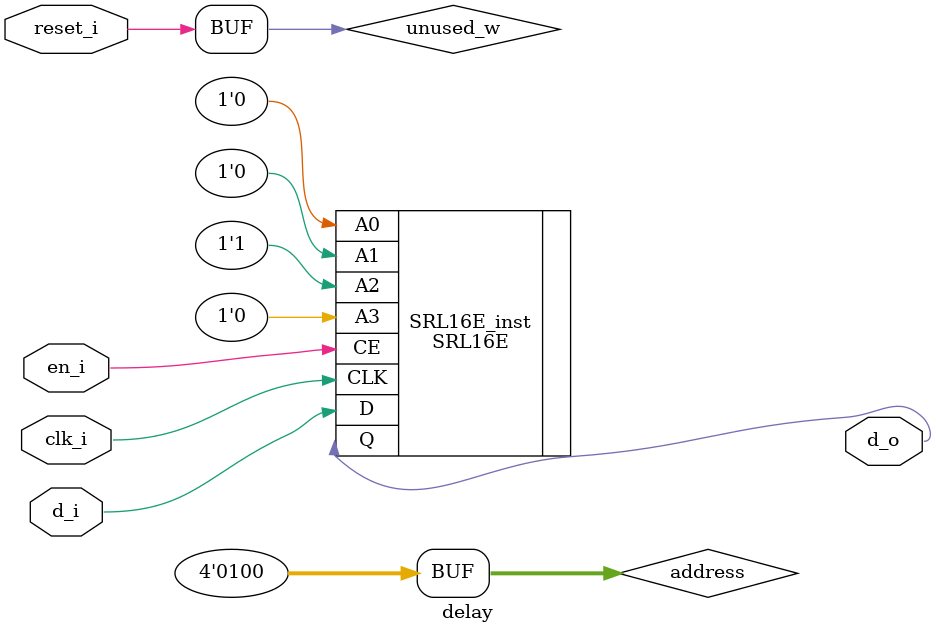
<source format=sv>
module delay
  #(parameter delay_p = 5
    )
   (input [0:0] clk_i
   ,input [0:0] reset_i
   ,input [0:0] en_i
   ,input [0:0] d_i
   ,output [0:0] d_o);

   // For Lab 3, do not use _any_ behavioral verilog in this
   // module. You may use assign statments to connect wires, but not
   // to perform logic. 

   // Your code here:
   /* verilator lint_off WIDTHTRUNC */

  wire [3:0] address;
  assign address = delay_p - 1;

  wire unused_w;
  assign unused_w = reset_i;

  SRL16E 
    #(.INIT(16'h0000),
      .IS_CLK_INVERTED(1'b0))
  SRL16E_inst (
    .A0(address[0]), 
    .A1(address[1]), 
    .A2(address[2]), 
    .A3(address[3]), 
    .CE(en_i),
    .CLK(clk_i),
    .D(d_i),
    .Q(d_o)
  );


endmodule

</source>
